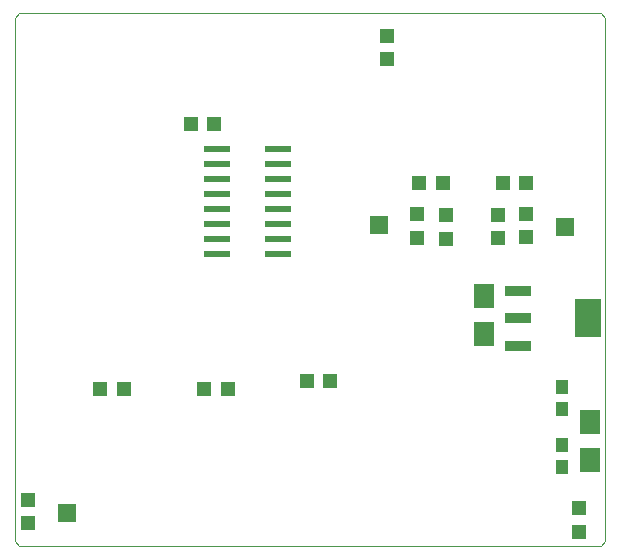
<source format=gtp>
G75*
G70*
%OFA0B0*%
%FSLAX24Y24*%
%IPPOS*%
%LPD*%
%AMOC8*
5,1,8,0,0,1.08239X$1,22.5*
%
%ADD10C,0.0000*%
%ADD11R,0.0906X0.0374*%
%ADD12R,0.0906X0.1280*%
%ADD13R,0.0394X0.0512*%
%ADD14R,0.0472X0.0472*%
%ADD15R,0.0709X0.0787*%
%ADD16R,0.0591X0.0630*%
%ADD17R,0.0866X0.0236*%
D10*
X002337Y003180D02*
X002337Y003180D01*
X002180Y003337D01*
X002180Y003338D02*
X002180Y020778D01*
X002337Y020936D01*
X021708Y020936D01*
X021865Y020778D01*
X021865Y003337D01*
X021865Y003337D01*
X021708Y003180D01*
X021707Y003180D02*
X002337Y003180D01*
D11*
X018962Y009852D03*
X018962Y010757D03*
X018962Y011663D03*
D12*
X021285Y010757D03*
D13*
X020412Y008475D03*
X020412Y007727D03*
X020412Y006546D03*
X020412Y005798D03*
D14*
X020999Y004440D03*
X020999Y003652D03*
X012696Y008671D03*
X011908Y008671D03*
X009271Y008419D03*
X008483Y008419D03*
X005806Y008416D03*
X005019Y008416D03*
X002613Y004715D03*
X002613Y003928D03*
X015604Y013437D03*
X015604Y014225D03*
X016567Y014204D03*
X016567Y013417D03*
X018295Y013430D03*
X018295Y014218D03*
X019218Y014247D03*
X019218Y013460D03*
X019230Y015254D03*
X018442Y015254D03*
X016441Y015267D03*
X015653Y015267D03*
X014580Y019386D03*
X014580Y020174D03*
X008834Y017235D03*
X008046Y017235D03*
D15*
X017814Y011489D03*
X017814Y010229D03*
X021359Y007286D03*
X021359Y006026D03*
D16*
X020517Y013814D03*
X014305Y013871D03*
X003912Y004282D03*
D17*
X008912Y012902D03*
X008912Y013402D03*
X008912Y013902D03*
X008912Y014402D03*
X008912Y014902D03*
X008912Y015402D03*
X008912Y015902D03*
X008912Y016402D03*
X010960Y016402D03*
X010960Y015902D03*
X010960Y015402D03*
X010960Y014902D03*
X010960Y014402D03*
X010960Y013902D03*
X010960Y013402D03*
X010960Y012902D03*
M02*

</source>
